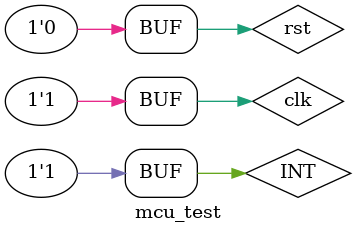
<source format=sv>
`timescale 1ns / 1ps


module mcu_test(

    );
    logic clk,rst,INT, iobus_wr;
    logic [31:0] iobus_in, iobus_out, iobus_addr;
    
    OTTER_MCU mcu(.CLK(clk),.RST(rst),.INT(INT), .IOBUS_IN(iobus_in), .IOBUS_OUT(iobus_out), .IOBUS_ADDR(iobus_addr),.IOBUS_WR(iobus_wr)
     );
    always
    begin
        clk = 0; #5; clk = 1; #5;
    end
    initial 
    begin
    rst = 1;
    #5
    rst = 0;
    INT = 1;
    #220
    INT = 0;
    #220
    INT = 1;
    
    end
endmodule

</source>
